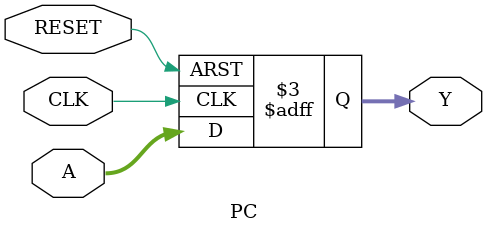
<source format=v>
`timescale 1ns / 1ps
module PC(
    input [7:0] A,
	 input RESET,
	 input CLK,
    output reg [7:0] Y
    );
	
	always @(posedge CLK or posedge RESET) begin
		if(RESET == 1) Y <= 8'b00000000;
		else Y <= A;
	end
	

endmodule

</source>
